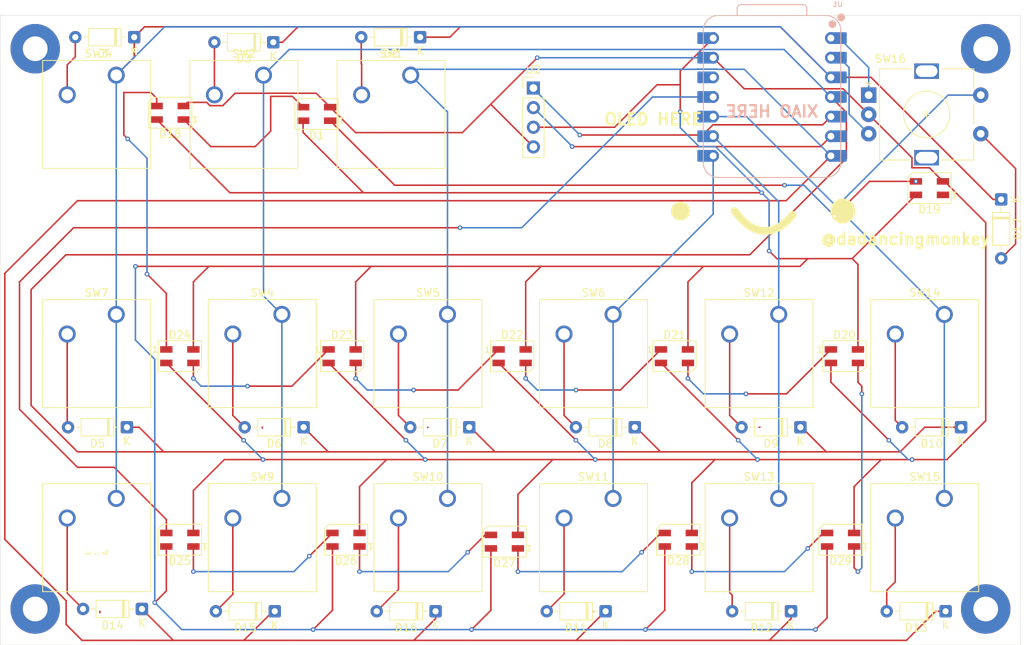
<source format=kicad_pcb>
(kicad_pcb (version 20241229) (generator "pcbnew") (generator_version "9.0")
  (layers (0 "F.Cu" signal) (2 "B.Cu" signal) (13 "F.Paste" user) (15 "B.Paste" user) (5 "F.SilkS" user "F.Silkscreen") (7 "B.SilkS" user "B.Silkscreen") (1 "F.Mask" user) (3 "B.Mask" user) (25 "Edge.Cuts" user))
  (net 0 "")
  (net 1 "Net-(D1-DOUT)")
  (net 2 "VCC")
  (net 3 "Net-(D1-DIN)")
  (net 4 "GND")
  (net 5 "col1")
  (net 6 "Net-(D2-A)")
  (net 7 "Net-(D3-A)")
  (net 8 "Net-(D4-A)")
  (net 9 "col2")
  (net 10 "Net-(D5-A)")
  (net 11 "Net-(D6-A)")
  (net 12 "Net-(D7-A)")
  (net 13 "Net-(D8-A)")
  (net 14 "Net-(D9-A)")
  (net 15 "Net-(D10-A)")
  (net 16 "Net-(D11-A)")
  (net 17 "col3")
  (net 18 "Net-(D12-A)")
  (net 19 "Net-(D13-A)")
  (net 20 "Net-(D14-A)")
  (net 21 "Net-(D15-A)")
  (net 22 "Net-(D16-A)")
  (net 23 "Net-(D17-A)")
  (net 24 "Net-(D18-DIN)")
  (net 26 "Net-(D20-DIN)")
  (net 27 "Net-(D20-DOUT)")
  (net 28 "Net-(D21-DOUT)")
  (net 29 "Net-(D22-DOUT)")
  (net 30 "Net-(D23-DOUT)")
  (net 31 "Net-(D25-DOUT)")
  (net 32 "led")
  (net 33 "Net-(D26-DOUT)")
  (net 34 "Net-(D27-DOUT)")
  (net 35 "Net-(D28-DOUT)")
  (net 36 "col4")
  (net 37 "col5")
  (net 38 "col6")
  (net 39 "rotB")
  (net 40 "rotA")
  (net 43 "SCL")
  (net 44 "SDA")
  (footprint "Button_Switch_Keyboard:SW_Cherry_MX_1.00u_PCB" (layer "F.Cu") (at 155.78375 116.68875)
    (property "Reference" "SW11")
    (property "Value" "SW_Push")
  )
  (footprint "LED_SMD:LED_SK6812MINI_PLCC4_3.5x3.5mm_P1.75mm" (layer "F.Cu") (at 163.71875 98.2875)
    (property "Reference" "D21")
    (property "Value" "SK6812MINI")
  )
  (footprint "Button_Switch_Keyboard:SW_Cherry_MX_1.00u_PCB" (layer "F.Cu") (at 112.92125 92.87625)
    (property "Reference" "SW4")
    (property "Value" "SW_Push")
  )
  (footprint "Button_Switch_Keyboard:SW_Cherry_MX_1.00u_PCB" (layer "F.Cu") (at 134.3525 92.87625)
    (property "Reference" "SW5")
    (property "Value" "SW_Push")
  )
  (footprint "LED_SMD:LED_SK6812MINI_PLCC4_3.5x3.5mm_P1.75mm" (layer "F.Cu") (at 164.21875 122.0375 180)
    (property "Reference" "D28")
    (property "Value" "SK6812MINI")
  )
  (footprint "Diode_THT:D_DO-35_SOD27_P7.62mm_Horizontal" (layer "F.Cu") (at 198.81 131.29375 180)
    (property "Reference" "D13")
    (property "Value" "1N4148WT")
  )
  (footprint "LED_SMD:LED_SK6812MINI_PLCC4_3.5x3.5mm_P1.75mm" (layer "F.Cu") (at 121.21875 122.0375 180)
    (property "Reference" "D26")
    (property "Value" "SK6812MINI")
  )
  (footprint "Button_Switch_Keyboard:SW_Cherry_MX_1.00u_PCB" (layer "F.Cu") (at 129.59 61.92)
    (property "Reference" "SW1")
    (property "Value" "SW_Push")
  )
  (footprint "LED_SMD:LED_SK6812MINI_PLCC4_3.5x3.5mm_P1.75mm" (layer "F.Cu") (at 185.21875 122.0375 180)
    (property "Reference" "D29")
    (property "Value" "SK6812MINI")
  )
  (footprint "Diode_THT:D_DO-35_SOD27_P7.62mm_Horizontal" (layer "F.Cu") (at 115.72875 107.48125 180)
    (property "Reference" "D6")
    (property "Value" "1N4148WT")
  )
  (footprint "Button_Switch_Keyboard:SW_Cherry_MX_1.00u_PCB" (layer "F.Cu") (at 91.49 116.68875)
    (property "Reference" "SW8")
    (property "Value" "SW_Push")
  )
  (footprint "Button_Switch_Keyboard:SW_Cherry_MX_1.00u_PCB" (layer "F.Cu") (at 110.54 61.92)
    (property "Reference" "SW2")
    (property "Value" "SW_Push")
  )
  (footprint "Button_Switch_Keyboard:SW_Cherry_MX_1.00u_PCB" (layer "F.Cu") (at 91.49 61.92)
    (property "Reference" "SW3")
    (property "Value" "SW_Push")
  )
  (footprint "Button_Switch_Keyboard:SW_Cherry_MX_1.00u_PCB" (layer "F.Cu") (at 112.92125 116.68875)
    (property "Reference" "SW9")
    (property "Value" "SW_Push")
  )
  (footprint "Diode_THT:D_DO-35_SOD27_P7.62mm_Horizontal" (layer "F.Cu") (at 200.81 107.48125 180)
    (property "Reference" "D10")
    (property "Value" "1N4148WT")
  )
  (footprint "Diode_THT:D_DO-35_SOD27_P7.62mm_Horizontal" (layer "F.Cu") (at 178.81 131.29375 180)
    (property "Reference" "D12")
    (property "Value" "1N4148WT")
  )
  (footprint "" (layer "F.Cu") (at 204 58.5)
    (property "Reference" "")
    (property "Value" "")
  )
  (footprint "Diode_THT:D_DO-35_SOD27_P7.62mm_Horizontal" (layer "F.Cu") (at 94.81 131 180)
    (property "Reference" "D14")
    (property "Value" "1N4148WT")
  )
  (footprint "Diode_THT:D_DO-35_SOD27_P7.62mm_Horizontal" (layer "F.Cu") (at 132.81 131.29375 180)
    (property "Reference" "D16")
    (property "Value" "1N4148WT")
  )
  (footprint "Button_Switch_Keyboard:SW_Cherry_MX_1.00u_PCB" (layer "F.Cu") (at 198.64625 92.87625)
    (property "Reference" "SW14")
    (property "Value" "SW_Push")
  )
  (footprint "LED_SMD:LED_SK6812MINI_PLCC4_3.5x3.5mm_P1.75mm" (layer "F.Cu") (at 99.71875 98.2875)
    (property "Reference" "D24")
    (property "Value" "SK6812MINI")
  )
  (footprint "LED_SMD:LED_SK6812MINI_PLCC4_3.5x3.5mm_P1.75mm" (layer "F.Cu") (at 117.41875 66.9375 180)
    (property "Reference" "D1")
    (property "Value" "SK6812MINI")
  )
  (footprint "Diode_THT:D_DO-35_SOD27_P7.62mm_Horizontal" (layer "F.Cu") (at 130.81 57 180)
    (property "Reference" "D2")
    (property "Value" "1N4148WT")
  )
  (footprint "Diode_THT:D_DO-35_SOD27_P7.62mm_Horizontal" (layer "F.Cu") (at 112 131.29375 180)
    (property "Reference" "D15")
    (property "Value" "1N4148WT")
  )
  (footprint "Connector_PinHeader_2.54mm:PinHeader_1x04_P2.54mm_Vertical" (layer "F.Cu") (at 145.46875 63.5825)
    (property "Reference" "U2")
    (property "Value" "~")
  )
  (footprint "LED_SMD:LED_SK6812MINI_PLCC4_3.5x3.5mm_P1.75mm" (layer "F.Cu") (at 142.71875 98.2875)
    (property "Reference" "D22")
    (property "Value" "SK6812MINI")
  )
  (footprint "LED_SMD:LED_SK6812MINI_PLCC4_3.5x3.5mm_P1.75mm" (layer "F.Cu") (at 98.46875 66.7875 180)
    (property "Reference" "D18")
    (property "Value" "SK6812MINI")
  )
  (footprint "LED_SMD:LED_SK6812MINI_PLCC4_3.5x3.5mm_P1.75mm" (layer "F.Cu") (at 196.71875 76.5375 180)
    (property "Reference" "D19")
    (property "Value" "SK6812MINI")
  )
  (footprint "LED_SMD:LED_SK6812MINI_PLCC4_3.5x3.5mm_P1.75mm" (layer "F.Cu") (at 99.71875 122.0375 180)
    (property "Reference" "D25")
    (property "Value" "SK6812MINI")
  )
  (footprint "Diode_THT:D_DO-35_SOD27_P7.62mm_Horizontal" (layer "F.Cu") (at 92.86875 107.48125 180)
    (property "Reference" "D5")
    (property "Value" "1N4148WT")
  )
  (footprint "Button_Switch_Keyboard:SW_Cherry_MX_1.00u_PCB" (layer "F.Cu") (at 198.64625 116.68875)
    (property "Reference" "SW15")
    (property "Value" "SW_Push")
  )
  (footprint "Rotary_Encoder:RotaryEncoder_Alps_EC11E-Switch_Vertical_H20mm" (layer "F.Cu") (at 188.85625 64.5)
    (property "Reference" "SW16")
    (property "Value" "RotaryEncoder_Switch")
  )
  (footprint "Button_Switch_Keyboard:SW_Cherry_MX_1.00u_PCB" (layer "F.Cu") (at 91.49 92.87625)
    (property "Reference" "SW7")
    (property "Value" "SW_Push")
  )
  (footprint "LED_SMD:LED_SK6812MINI_PLCC4_3.5x3.5mm_P1.75mm" (layer "F.Cu") (at 120.71875 98.2875)
    (property "Reference" "D23")
    (property "Value" "SK6812MINI")
  )
  (footprint "Diode_THT:D_DO-35_SOD27_P7.62mm_Horizontal" (layer "F.Cu") (at 206 78 -90)
    (property "Reference" "D17")
    (property "Value" "1N4148WT")
  )
  (footprint "Button_Switch_Keyboard:SW_Cherry_MX_1.00u_PCB" (layer "F.Cu") (at 177.215 92.87625)
    (property "Reference" "SW12")
    (property "Value" "SW_Push")
  )
  (footprint "Button_Switch_Keyboard:SW_Cherry_MX_1.00u_PCB" (layer "F.Cu") (at 177.215 116.68875)
    (property "Reference" "SW13")
    (property "Value" "SW_Push")
  )
  (footprint "" (layer "F.Cu") (at 81 58.5)
    (property "Reference" "")
    (property "Value" "")
  )
  (footprint "LED_SMD:LED_SK6812MINI_PLCC4_3.5x3.5mm_P1.75mm" (layer "F.Cu") (at 185.71875 98.2875)
    (property "Reference" "D20")
    (property "Value" "SK6812MINI")
  )
  (footprint "Diode_THT:D_DO-35_SOD27_P7.62mm_Horizontal" (layer "F.Cu") (at 111.81 57.6625 180)
    (property "Reference" "D3")
    (property "Value" "1N4148WT")
  )
  (footprint "LED_SMD:LED_SK6812MINI_PLCC4_3.5x3.5mm_P1.75mm" (layer "F.Cu") (at 141.71875 122.2875 180)
    (property "Reference" "D27")
    (property "Value" "SK6812MINI")
  )
  (footprint "Diode_THT:D_DO-35_SOD27_P7.62mm_Horizontal" (layer "F.Cu") (at 137.16 107.48125 180)
    (property "Reference" "D7")
    (property "Value" "1N4148WT")
  )
  (footprint "" (layer "F.Cu") (at 81 131)
    (property "Reference" "")
    (property "Value" "")
  )
  (footprint "Diode_THT:D_DO-35_SOD27_P7.62mm_Horizontal" (layer "F.Cu") (at 158.59125 107.48125 180)
    (property "Reference" "D8")
    (property "Value" "1N4148WT")
  )
  (footprint "Diode_THT:D_DO-35_SOD27_P7.62mm_Horizontal" (layer "F.Cu") (at 93.81 57 180)
    (property "Reference" "D4")
    (property "Value" "1N4148WT")
  )
  (footprint "" (layer "F.Cu") (at 204 131)
    (property "Reference" "")
    (property "Value" "")
  )
  (footprint "Diode_THT:D_DO-35_SOD27_P7.62mm_Horizontal" (layer "F.Cu") (at 154.81 131.29375 180)
    (property "Reference" "D11")
    (property "Value" "1N4148WT")
  )
  (footprint "Button_Switch_Keyboard:SW_Cherry_MX_1.00u_PCB" (layer "F.Cu") (at 155.78375 92.87625)
    (property "Reference" "SW6")
    (property "Value" "SW_Push")
  )
  (footprint "Button_Switch_Keyboard:SW_Cherry_MX_1.00u_PCB" (layer "F.Cu") (at 134.3525 116.68875)
    (property "Reference" "SW10")
    (property "Value" "SW_Push")
  )
  (footprint "Diode_THT:D_DO-35_SOD27_P7.62mm_Horizontal" (layer "F.Cu") (at 180.0225 107.48125 180)
    (property "Reference" "D9")
    (property "Value" "1N4148WT")
  )
  (footprint "opl_lairbaeryeabr footpeo:XIAO-RP2040-DIP" (layer "B.Cu") (at 176.34875 64.7425 180)
    (property "Reference" "U1")
    (property "Value" "XIAO-RP2040-DIP")
  )
  (gr_curve (pts (xy 179 80) (xy 179 80) (xy 179 80) (xy 179 80)) (stroke (width 0.2)) (layer "F.Cu"))
  (gr_circle (center 185.5 79.5) (end 187 79.5) (stroke (width 0.2)) (fill yes) (layer "F.SilkS"))
  (gr_circle (center 164.5 79.5) (end 165 80.5) (stroke (width 0.2)) (fill yes) (layer "F.SilkS"))
  (gr_curve (pts (xy 171.5 79.5) (xy 175.5 85) (xy 179 80) (xy 179 80)) (stroke (width 1)) (layer "F.SilkS"))
  (gr_rect (start 76.46875 54.1625) (end 208.46875 135.6625) (stroke (width 0.05)) (fill no) (layer "Edge.Cuts"))
  (gr_text "@dadancingmonkey" (at 182.5 84 0) (layer "F.SilkS") (effects (font (size 1.5 1.5) (thickness 0.3) (bold yes)) (justify left bottom)))
  (gr_text "OLED HERE" (at 154.5 68.5 0) (layer "F.SilkS") (effects (font (size 1.5 1.5) (thickness 0.3) (bold yes)) (justify left bottom)))
  (gr_text "XIAO HERE" (at 182.5 67.5 0) (layer "B.SilkS") (effects (font (size 1.5 1.5) (thickness 0.3) (bold yes)) (justify left bottom mirror)))
  (segment (start 127.51875 76.1625) (end 177.96875 76.1625) (width 0.2) (layer "F.Cu") (net 1))
  (segment (start 188.96875 75.6625) (end 194.96875 75.6625) (width 0.2) (layer "F.Cu") (net 1))
  (segment (start 119.16875 67.8125) (end 127.51875 76.1625) (width 0.2) (layer "F.Cu") (net 1))
  (segment (start 184.46875 80.1625) (end 188.96875 75.6625) (width 0.2) (layer "F.Cu") (net 1))
  (via (at 177.96875 76.1625) (size 0.6) (drill 0.3) (layers "F.Cu" "B.Cu") (net 1))
  (via (at 184.46875 80.1625) (size 0.6) (drill 0.3) (layers "F.Cu" "B.Cu") (net 1))
  (via (at 194.96875 75.6625) (size 0.6) (drill 0.3) (layers "F.Cu" "B.Cu") (net 1))
  (segment (start 177.96875 76.1625) (end 180.46875 76.1625) (width 0.2) (layer "B.Cu") (net 1))
  (segment (start 180.46875 76.1625) (end 184.46875 80.1625) (width 0.2) (layer "B.Cu") (net 1))
  (segment (start 194.96875 77.4125) (end 186.71875 85.6625) (width 0.2) (layer "F.Cu") (net 2))
  (segment (start 162.46875 122.9125) (end 162.46875 131.1625) (width 0.2) (layer "F.Cu") (net 2))
  (segment (start 167.46875 86.6625) (end 179.96875 86.6625) (width 0.2) (layer "F.Cu") (net 2))
  (segment (start 144.46875 97.4125) (end 144.46875 88.6625) (width 0.2) (layer "F.Cu") (net 2))
  (segment (start 164.46875 61.3825) (end 168.72875 57.1225) (width 0.2) (layer "F.Cu") (net 2))
  (segment (start 119.46875 131.1625) (end 116.96875 133.6625) (width 0.2) (layer "F.Cu") (net 2))
  (segment (start 165.46875 88.6625) (end 167.46875 86.6625) (width 0.2) (layer "F.Cu") (net 2))
  (segment (start 164.46875 66.6625) (end 164.46875 63.1625) (width 0.2) (layer "F.Cu") (net 2))
  (segment (start 180.96875 85.6625) (end 176.96875 85.6625) (width 0.2) (layer "F.Cu") (net 2))
  (segment (start 165.46875 97.4125) (end 165.46875 88.6625) (width 0.2) (layer "F.Cu") (net 2))
  (segment (start 187.46875 86.4125) (end 186.71875 85.6625) (width 0.2) (layer "F.Cu") (net 2))
  (segment (start 186.71875 85.6625) (end 180.96875 85.6625) (width 0.2) (layer "F.Cu") (net 2))
  (segment (start 176.96875 85.6625) (end 175.96875 84.6625) (width 0.2) (layer "F.Cu") (net 2))
  (segment (start 106.187095 77.130845) (end 123.46875 77.130845) (width 0.2) (layer "F.Cu") (net 2))
  (segment (start 101.46875 88.6625) (end 103.46875 86.6625) (width 0.2) (layer "F.Cu") (net 2))
  (segment (start 139.96875 123.1625) (end 139.96875 131.1625) (width 0.2) (layer "F.Cu") (net 2))
  (segment (start 97.96875 122.9125) (end 97.96875 128.6625) (width 0.2) (layer "F.Cu") (net 2))
  (segment (start 155.96875 68.6625) (end 161.46875 63.1625) (width 0.2) (layer "F.Cu") (net 2))
  (segment (start 167.46875 86.6625) (end 146.46875 86.6625) (width 0.2) (layer "F.Cu") (net 2))
  (segment (start 122.46875 88.6625) (end 124.46875 86.6625) (width 0.2) (layer "F.Cu") (net 2))
  (segment (start 183.46875 132.1625) (end 181.96875 133.6625) (width 0.2) (layer "F.Cu") (net 2))
  (segment (start 122.46875 97.4125) (end 122.46875 88.6625) (width 0.2) (layer "F.Cu") (net 2))
  (segment (start 146.46875 86.6625) (end 124.46875 86.6625) (width 0.2) (layer "F.Cu") (net 2))
  (segment (start 161.46875 63.1625) (end 164.46875 63.1625) (width 0.2) (layer "F.Cu") (net 2))
  (segment (start 101.46875 97.4125) (end 101.46875 88.6625) (width 0.2) (layer "F.Cu") (net 2))
  (segment (start 183.46875 122.9125) (end 183.46875 132.1625) (width 0.2) (layer "F.Cu") (net 2))
  (segment (start 144.46875 88.6625) (end 146.46875 86.6625) (width 0.2) (layer "F.Cu") (net 2))
  (segment (start 124.46875 86.6625) (end 103.46875 86.6625) (width 0.2) (layer "F.Cu") (net 2))
  (segment (start 115.66875 69.330845) (end 123.46875 77.130845) (width 0.2) (layer "F.Cu") (net 2))
  (segment (start 97.96875 128.6625) (end 96.46875 130.1625) (width 0.2) (layer "F.Cu") (net 2))
  (segment (start 139.96875 131.1625) (end 137.46875 133.6625) (width 0.2) (layer "F.Cu") (net 2))
  (segment (start 115.66875 67.8125) (end 115.66875 69.330845) (width 0.2) (layer "F.Cu") (net 2))
  (segment (start 162.46875 131.1625) (end 159.96875 133.6625) (width 0.2) (layer "F.Cu") (net 2))
  (segment (start 164.46875 63.1625) (end 164.46875 61.3825) (width 0.2) (layer "F.Cu") (net 2))
  (segment (start 145.46875 68.6625) (end 155.96875 68.6625) (width 0.2) (layer "F.Cu") (net 2))
  (segment (start 119.46875 122.9125) (end 119.46875 131.1625) (width 0.2) (layer "F.Cu") (net 2))
  (segment (start 103.46875 86.6625) (end 93.96875 86.6625) (width 0.2) (layer "F.Cu") (net 2))
  (segment (start 187.46875 97.4125) (end 187.46875 86.4125) (width 0.2) (layer "F.Cu") (net 2))
  (segment (start 96.71875 67.6625) (end 106.187095 77.130845) (width 0.2) (layer "F.Cu") (net 2))
  (segment (start 123.46875 77.130845) (end 175.000405 77.130845) (width 0.2) (layer "F.Cu") (net 2))
  (segment (start 179.96875 86.6625) (end 180.96875 85.6625) (width 0.2) (layer "F.Cu") (net 2))
  (via (at 181.96875 133.6625) (size 0.6) (drill 0.3) (layers "F.Cu" "B.Cu") (net 2))
  (via (at 159.96875 133.6625) (size 0.6) (drill 0.3) (layers "F.Cu" "B.Cu") (net 2))
  (via (at 137.46875 133.6625) (size 0.6) (drill 0.3) (layers "F.Cu" "B.Cu") (net 2))
  (via (at 116.96875 133.6625) (size 0.6) (drill 0.3) (layers "F.Cu" "B.Cu") (net 2))
  (via (at 96.46875 130.1625) (size 0.6) (drill 0.3) (layers "F.Cu" "B.Cu") (net 2))
  (via (at 175.000405 77.130845) (size 0.6) (drill 0.3) (layers "F.Cu" "B.Cu") (net 2))
  (via (at 164.46875 66.6625) (size 0.6) (drill 0.3) (layers "F.Cu" "B.Cu") (net 2))
  (via (at 175.96875 84.6625) (size 0.6) (drill 0.3) (layers "F.Cu" "B.Cu") (net 2))
  (via (at 93.96875 86.6625) (size 0.6) (drill 0.3) (layers "F.Cu" "B.Cu") (net 2))
  (segment (start 116.96875 133.6625) (end 137.46875 133.6625) (width 0.2) (layer "B.Cu") (net 2))
  (segment (start 96.46875 98.69653) (end 96.46875 130.1625) (width 0.2) (layer "B.Cu") (net 2))
  (segment (start 93.96875 86.6625) (end 93.96875 96.19653) (width 0.2) (layer "B.Cu") (net 2))
  (segment (start 96.46875 130.1625) (end 99.96875 133.6625) (width 0.2) (layer "B.Cu") (net 2))
  (segment (start 99.96875 133.6625) (end 116.96875 133.6625) (width 0.2) (layer "B.Cu") (net 2))
  (segment (start 159.96875 133.6625) (end 181.96875 133.6625) (width 0.2) (layer "B.Cu") (net 2))
  (segment (start 166.915124 71.1625) (end 164.46875 68.716126) (width 0.2) (layer "B.Cu") (net 2))
  (segment (start 93.96875 96.19653) (end 96.46875 98.69653) (width 0.2) (layer "B.Cu") (net 2))
  (segment (start 175.96875 84.6625) (end 175.96875 78.09919) (width 0.2) (layer "B.Cu") (net 2))
  (segment (start 137.46875 133.6625) (end 159.96875 133.6625) (width 0.2) (layer "B.Cu") (net 2))
  (segment (start 164.46875 68.716126) (end 164.46875 66.6625) (width 0.2) (layer "B.Cu") (net 2))
  (segment (start 175.96875 78.09919) (end 175.000405 77.130845) (width 0.2) (layer "B.Cu") (net 2))
  (segment (start 169.03206 71.1625) (end 166.915124 71.1625) (width 0.2) (layer "B.Cu") (net 2))
  (segment (start 175.000405 77.130845) (end 169.03206 71.1625) (width 0.2) (layer "B.Cu") (net 2))
  (segment (start 114.26875 64.6625) (end 115.66875 66.0625) (width 0.2) (layer "F.Cu") (net 3))
  (segment (start 111.46875 64.6625) (end 114.26875 64.6625) (width 0.2) (layer "F.Cu") (net 3))
  (segment (start 100.21875 67.6625) (end 103.71875 71.1625) (width 0.2) (layer "F.Cu") (net 3))
  (segment (start 103.71875 71.1625) (end 109.46875 71.1625) (width 0.2) (layer "F.Cu") (net 3))
  (segment (start 111.46875 69.1625) (end 111.46875 64.6625) (width 0.2) (layer "F.Cu") (net 3))
  (segment (start 109.46875 71.1625) (end 111.46875 69.1625) (width 0.2) (layer "F.Cu") (net 3))
  (segment (start 119.16875 66.0625) (end 122.45725 69.351) (width 0.2) (layer "F.Cu") (net 4))
  (segment (start 185.53575 63.6795) (end 172.74575 63.6795) (width 0.2) (layer "F.Cu") (net 4))
  (segment (start 105.46875 111.6625) (end 107.46875 111.6625) (width 0.2) (layer "F.Cu") (net 4))
  (segment (start 186.96875 121.1625) (end 186.96875 115.1625) (width 0.2) (layer "F.Cu") (net 4))
  (segment (start 183.96875 101.6625) (end 191.46875 109.1625) (width 0.2) (layer "F.Cu") (net 4))
  (segment (start 122.96875 115.1625) (end 126.46875 111.6625) (width 0.2) (layer "F.Cu") (net 4))
  (segment (start 194.45525 73.901) (end 194.45525 72.599) (width 0.2) (layer "F.Cu") (net 4))
  (segment (start 110.46875 111.6625) (end 126.46875 111.6625) (width 0.2) (layer "F.Cu") (net 4))
  (segment (start 186.96875 115.1625) (end 190.46875 111.6625) (width 0.2) (layer "F.Cu") (net 4))
  (segment (start 194.45525 72.599) (end 188.85625 67) (width 0.2) (layer "F.Cu") (net 4))
  (segment (start 165.96875 114.6625) (end 168.96875 111.6625) (width 0.2) (layer "F.Cu") (net 4))
  (segment (start 153.46875 111.6625) (end 168.96875 111.6625) (width 0.2) (layer "F.Cu") (net 4))
  (segment (start 198.46875 75.6625) (end 196.70725 73.901) (width 0.2) (layer "F.Cu") (net 4))
  (segment (start 145.46875 71.2025) (end 139.96875 65.7025) (width 0.2) (layer "F.Cu") (net 4))
  (segment (start 122.96875 121.1625) (end 122.96875 115.1625) (width 0.2) (layer "F.Cu") (net 4))
  (segment (start 140.96875 99.1625) (end 150.96875 109.1625) (width 0.2) (layer "F.Cu") (net 4))
  (segment (start 101.46875 115.6625) (end 105.46875 111.6625) (width 0.2) (layer "F.Cu") (net 4))
  (segment (start 106.86975 64.2615) (end 117.36775 64.2615) (width 0.2) (layer "F.Cu") (net 4))
  (segment (start 118.96875 99.1625) (end 128.96875 109.1625) (width 0.2) (layer "F.Cu") (net 4))
  (segment (start 139.96875 65.6625) (end 145.96875 59.6625) (width 0.2) (layer "F.Cu") (net 4))
  (segment (start 188.85625 67) (end 185.53575 63.6795) (width 0.2) (layer "F.Cu") (net 4))
  (segment (start 139.96875 65.7025) (end 139.96875 65.6625) (width 0.2) (layer "F.Cu") (net 4))
  (segment (start 190.46875 111.6625) (end 198.96875 111.6625) (width 0.2) (layer "F.Cu") (net 4))
  (segment (start 143.46875 121.4125) (end 143.46875 116.1625) (width 0.2) (layer "F.Cu") (net 4))
  (segment (start 107.46875 111.6625) (end 110.46875 111.6625) (width 0.2) (layer "F.Cu") (net 4))
  (segment (start 136.28025 69.351) (end 139.96875 65.6625) (width 0.2) (layer "F.Cu") (net 4))
  (segment (start 101.46875 121.1625) (end 101.46875 115.6625) (width 0.2) (layer "F.Cu") (net 4))
  (segment (start 143.46875 116.1625) (end 147.96875 111.6625) (width 0.2) (layer "F.Cu") (net 4))
  (segment (start 100.689968 65.441282) (end 103.189968 65.441282) (width 0.2) (layer "F.Cu") (net 4))
  (segment (start 198.6625 75.6625) (end 198.46875 75.6625) (width 0.2) (layer "F.Cu") (net 4))
  (segment (start 105.27025 65.861) (end 106.86975 64.2615) (width 0.2) (layer "F.Cu") (net 4))
  (segment (start 165.96875 121.1625) (end 165.96875 114.6625) (width 0.2) (layer "F.Cu") (net 4))
  (segment (start 103.609686 65.861) (end 105.27025 65.861) (width 0.2) (layer "F.Cu") (net 4))
  (segment (start 204 81) (end 198.6625 75.6625) (width 0.2) (layer "F.Cu") (net 4))
  (segment (start 174.46875 111.6625) (end 190.46875 111.6625) (width 0.2) (layer "F.Cu") (net 4))
  (segment (start 147.96875 111.6625) (end 153.46875 111.6625) (width 0.2) (layer "F.Cu") (net 4))
  (segment (start 126.46875 111.6625) (end 131.46875 111.6625) (width 0.2) (layer "F.Cu") (net 4))
  (segment (start 183.96875 99.1625) (end 183.96875 101.6625) (width 0.2) (layer "F.Cu") (net 4))
  (segment (start 100.21875 65.9125) (end 100.689968 65.441282) (width 0.2) (layer "F.Cu") (net 4))
  (segment (start 161.96875 99.1625) (end 171.96875 109.1625) (width 0.2) (layer "F.Cu") (net 4))
  (segment (start 97.96875 99.1625) (end 107.96875 109.1625) (width 0.2) (layer "F.Cu") (net 4))
  (segment (start 117.36775 64.2615) (end 119.16875 66.0625) (width 0.2) (layer "F.Cu") (net 4))
  (segment (start 172.74575 63.6795) (end 168.72875 59.6625) (width 0.2) (layer "F.Cu") (net 4))
  (segment (start 196.70725 73.901) (end 194.45525 73.901) (width 0.2) (layer "F.Cu") (net 4))
  (segment (start 198.96875 111.6625) (end 204 106.63125) (width 0.2) (layer "F.Cu") (net 4))
  (segment (start 103.189968 65.441282) (end 103.609686 65.861) (width 0.2) (layer "F.Cu") (net 4))
  (segment (start 204 106.63125) (end 204 81) (width 0.2) (layer "F.Cu") (net 4))
  (segment (start 122.45725 69.351) (end 136.28025 69.351) (width 0.2) (layer "F.Cu") (net 4))
  (segment (start 131.46875 111.6625) (end 147.96875 111.6625) (width 0.2) (layer "F.Cu") (net 4))
  (segment (start 168.96875 111.6625) (end 174.46875 111.6625) (width 0.2) (layer "F.Cu") (net 4))
  (via (at 110.46875 111.6625) (size 0.6) (drill 0.3) (layers "F.Cu" "B.Cu") (net 4))
  (via (at 153.46875 111.6625) (size 0.6) (drill 0.3) (layers "F.Cu" "B.Cu") (net 4))
  (via (at 174.46875 111.6625) (size 0.6) (drill 0.3) (layers "F.Cu" "B.Cu") (net 4))
  (via (at 145.96875 59.6625) (size 0.6) (drill 0.3) (layers "F.Cu" "B.Cu") (net 4))
  (via (at 150.96875 109.1625) (size 0.6) (drill 0.3) (layers "F.Cu" "B.Cu") (net 4))
  (via (at 131.46875 111.6625) (size 0.6) (drill 0.3) (layers "F.Cu" "B.Cu") (net 4))
  (via (at 191.46875 109.1625) (size 0.6) (drill 0.3) (layers "F.Cu" "B.Cu") (net 4))
  (via (at 171.96875 109.1625) (size 0.6) (drill 0.3) (layers "F.Cu" "B.Cu") (net 4))
  (via (at 128.96875 109.1625) (size 0.6) (drill 0.3) (layers "F.Cu" "B.Cu") (net 4))
  (via (at 194.46875 111.6625) (size 0.6) (drill 0.3) (layers "F.Cu" "B.Cu") (net 4))
  (via (at 107.96875 109.1625) (size 0.6) (drill 0.3) (layers "F.Cu" "B.Cu") (net 4))
  (segment (start 171.96875 109.1625) (end 174.46875 111.6625) (width 0.2) (layer "B.Cu") (net 4))
  (segment (start 107.96875 109.1625) (end 110.46875 111.6625) (width 0.2) (layer "B.Cu") (net 4))
  (segment (start 145.96875 59.6625) (end 167.89375 59.6625) (width 0.2) (layer "B.Cu") (net 4))
  (segment (start 150.96875 109.1625) (end 153.46875 111.6625) (width 0.2) (layer "B.Cu") (net 4))
  (segment (start 128.96875 109.1625) (end 131.46875 111.6625) (width 0.2) (layer "B.Cu") (net 4))
  (segment (start 191.46875 109.1625) (end 193.96875 111.6625) (width 0.2) (layer "B.Cu") (net 4))
  (segment (start 129.46875 55.6625) (end 136 55.6625) (width 0.2) (layer "F.Cu") (net 5))
  (segment (start 136 55.6625) (end 177.42875 55.6625) (width 0.2) (layer "F.Cu") (net 5))
  (segment (start 134.6625 57) (end 136 55.6625) (width 0.2) (layer "F.Cu") (net 5))
  (segment (start 95.1475 55.6625) (end 110.96875 55.6625) (width 0.2) (layer "F.Cu") (net 5))
  (segment (start 130.81 57) (end 134.6625 57) (width 0.2) (layer "F.Cu") (net 5))
  (segment (start 204.95825 78) (end 189.16075 62.2025) (width 0.2) (layer "F.Cu") (net 5))
  (segment (start 111.81 57.6625) (end 113 57.6625) (width 0.2) (layer "F.Cu") (net 5))
  (segment (start 177.42875 55.6625) (end 183.96875 62.2025) (width 0.2) (layer "F.Cu") (net 5))
  (segment (start 110.96875 55.6625) (end 115 55.6625) (width 0.2) (layer "F.Cu") (net 5))
  (segment (start 91.49 61.92) (end 93.81 59.6) (width 0.2) (layer "F.Cu") (net 5))
  (segment (start 115 55.6625) (end 129.46875 55.6625) (width 0.2) (layer "F.Cu") (net 5))
  (segment (start 189.16075 62.2025) (end 183.96875 62.2025) (width 0.2) (layer "F.Cu") (net 5))
  (segment (start 93.81 57) (end 95.1475 55.6625) (width 0.2) (layer "F.Cu") (net 5))
  (segment (start 113 57.6625) (end 115 55.6625) (width 0.2) (layer "F.Cu") (net 5))
  (segment (start 206 78) (end 204.95825 78) (width 0.2) (layer "F.Cu") (net 5))
  (segment (start 93.81 59.6) (end 93.81 57) (width 0.2) (layer "F.Cu") (net 5))
  (segment (start 91.49 92.87625) (end 91.49 61.92) (width 0.2) (layer "B.Cu") (net 5))
  (segment (start 177.46875 55.6625) (end 177.46875 55.7025) (width 0.2) (layer "B.Cu") (net 5))
  (segment (start 97.7475 55.6625) (end 177.46875 55.6625) (width 0.2) (layer "B.Cu") (net 5))
  (segment (start 177.46875 55.7025) (end 183.96875 62.2025) (width 0.2) (layer "B.Cu") (net 5))
  (segment (start 91.49 116.68875) (end 91.49 92.87625) (width 0.2) (layer "B.Cu") (net 5))
  (segment (start 91.49 61.92) (end 97.7475 55.6625) (width 0.2) (layer "B.Cu") (net 5))
  (segment (start 123.19 60.44125) (end 123.19 57) (width 0.2) (layer "F.Cu") (net 6))
  (segment (start 123.24 60.49125) (end 123.19 60.44125) (width 0.2) (layer "F.Cu") (net 6))
  (segment (start 123.24 64.46) (end 123.24 60.49125) (width 0.2) (layer "F.Cu") (net 6))
  (segment (start 104.19 57.6625) (end 104.19 64.46) (width 0.2) (layer "F.Cu") (net 7))
  (segment (start 85.14 64.46) (end 85.14 60.59125) (width 0.2) (layer "F.Cu") (net 8))
  (segment (start 85.14 60.59125) (end 86.19 59.54125) (width 0.2) (layer "F.Cu") (net 8))
  (segment (start 86.19 59.54125) (end 86.19 57) (width 0.2) (layer "F.Cu") (net 8))
  (segment (start 196.10625 107.48125) (end 192.925 110.6625) (width 0.2) (layer "F.Cu") (net 9))
  (segment (start 110.38125 107.48125) (end 110.38125 107.575) (width 0.2) (layer "F.Cu") (net 9))
  (segment (start 115.72875 107.48125) (end 118.91 110.6625) (width 0.2) (layer "F.Cu") (net 9))
  (segment (start 86.46875 110.6625) (end 80.46875 104.6625) (width 0.2) (layer "F.Cu") (net 9))
  (segment (start 185.96875 72.6625) (end 185.96875 66.6625) (width 0.2) (layer "F.Cu") (net 9))
  (segment (start 80.46875 104.6625) (end 80.46875 89.6625) (width 0.2) (layer "F.Cu") (net 9))
  (segment (start 156.425 110.6625) (end 140.49375 110.6625) (width 0.2) (layer "F.Cu") (net 9))
  (segment (start 94.45 107.48125) (end 97.63125 110.6625) (width 0.2) (layer "F.Cu") (net 9))
  (segment (start 131.8125 107.48125) (end 131.8125 107.50625) (width 0.2) (layer "F.Cu") (net 9))
  (segment (start 174.675 107.48125) (end 174.7875 107.48125) (width 0.2) (layer "F.Cu") (net 9))
  (segment (start 200.81 107.48125) (end 196.10625 107.48125) (width 0.2) (layer "F.Cu") (net 9))
  (segment (start 92.86875 107.48125) (end 94.45 107.48125) (width 0.2) (layer "F.Cu") (net 9))
  (segment (start 118.91 110.6625) (end 113.46875 110.6625) (width 0.2) (layer "F.Cu") (net 9))
  (segment (start 92.46875 110.6625) (end 86.46875 110.6625) (width 0.2) (layer "F.Cu") (net 9))
  (segment (start 180.175 107.48125) (end 183.35625 110.6625) (width 0.2) (layer "F.Cu") (net 9))
  (segment (start 97.63125 110.6625) (end 92.46875 110.6625) (width 0.2) (layer "F.Cu") (net 9))
  (segment (start 137.16 107.48125) (end 137.3125 107.48125) (width 0.2) (layer "F.Cu") (net 9))
  (segment (start 185.88875 66.6625) (end 183.96875 64.7425) (width 0.2) (layer "F.Cu") (net 9))
  (segment (start 158.74375 107.48125) (end 161.925 110.6625) (width 0.2) (layer "F.Cu") (net 9))
  (segment (start 84.96875 85.1625) (end 173.46875 85.1625) (width 0.2) (layer "F.Cu") (net 9))
  (segment (start 180.0225 107.48125) (end 180.175 107.48125) (width 0.2) (layer "F.Cu") (net 9))
  (segment (start 140.49375 110.6625) (end 134.96875 110.6625) (width 0.2) (layer "F.Cu") (net 9))
  (segment (start 161.925 110.6625) (end 156.425 110.6625) (width 0.2) (layer "F.Cu") (net 9))
  (segment (start 177.96875 110.6625) (end 161.925 110.6625) (width 0.2) (layer "F.Cu") (net 9))
  (segment (start 173.46875 85.1625) (end 185.96875 72.6625) (width 0.2) (layer "F.Cu") (net 9))
  (segment (start 158.59125 107.48125) (end 158.74375 107.48125) (width 0.2) (layer "F.Cu") (net 9))
  (segment (start 134.96875 110.6625) (end 118.91 110.6625) (width 0.2) (layer "F.Cu") (net 9))
  (segment (start 80.46875 89.6625) (end 84.96875 85.1625) (width 0.2) (layer "F.Cu") (net 9))
  (segment (start 192.925 110.6625) (end 183.35625 110.6625) (width 0.2) (layer "F.Cu") (net 9))
  (segment (start 113.46875 110.6625) (end 97.63125 110.6625) (width 0.2) (layer "F.Cu") (net 9))
  (segment (start 185.96875 66.6625) (end 185.88875 66.6625) (width 0.2) (layer "F.Cu") (net 9))
  (segment (start 137.3125 107.48125) (end 140.49375 110.6625) (width 0.2) (layer "F.Cu") (net 9))
  (segment (start 183.35625 110.6625) (end 177.96875 110.6625) (width 0.2) (layer "F.Cu") (net 9))
  (segment (start 112.92125 92.87625) (end 110.54 90.495) (width 0.2) (layer "B.Cu") (net 9))
  (segment (start 177.90575 58.5995) (end 182.90575 63.5995) (width 0.2) (layer "B.Cu") (net 9))
  (segment (start 182.90575 63.6795) (end 183.96875 64.7425) (width 0.2) (layer "B.Cu") (net 9))
  (segment (start 182.90575 63.5995) (end 182.90575 63.6795) (width 0.2) (layer "B.Cu") (net 9))
  (segment (start 110.54 90.495) (end 110.54 61.92) (width 0.2) (layer "B.Cu") (net 9))
  (segment (start 112.92125 116.68875) (end 112.92125 92.87625) (width 0.2) (layer "B.Cu") (net 9))
  (segment (start 113.8605 58.5995) (end 177.90575 58.5995) (width 0.2) (layer "B.Cu") (net 9))
  (segment (start 110.54 61.92) (end 113.8605 58.5995) (width 0.2) (layer "B.Cu") (net 9))
  (segment (start 85.14 107.3725) (end 85.24875 107.48125) (width 0.2) (layer "F.Cu") (net 10))
  (segment (start 85.14 95.41625) (end 85.14 107.3725) (width 0.2) (layer "F.Cu") (net 10))
  (segment (start 106.57125 105.94375) (end 106.57125 95.41625) (width 0.2) (layer "F.Cu") (net 11))
  (segment (start 108.10875 107.48125) (end 106.57125 105.94375) (width 0.2) (layer "F.Cu") (net 11))
  (segment (start 128.0025 95.41625) (end 128.0025 105.94375) (width 0.2) (layer "F.Cu") (net 12))
  (segment (start 128.0025 105.94375) (end 129.54 107.48125) (width 0.2) (layer "F.Cu") (net 12))
  (segment (start 149.43375 95.41625) (end 149.43375 105.94375) (width 0.2) (layer "F.Cu") (net 13))
  (segment (start 149.43375 105.94375) (end 150.97125 107.48125) (width 0.2) (layer "F.Cu") (net 13))
  (segment (start 170.865 95.41625) (end 170.865 105.94375) (width 0.2) (layer "F.Cu") (net 14))
  (segment (start 170.865 105.94375) (end 172.4025 107.48125) (width 0.2) (layer "F.Cu") (net 14))
  (segment (start 192.29625 95.41625) (end 192.29625 106.5875) (width 0.2) (layer "F.Cu") (net 15))
  (segment (start 192.29625 106.5875) (end 193.19 107.48125) (width 0.2) (layer "F.Cu") (net 15))
  (segment (start 149.43375 119.22875) (end 149.43375 129.05) (width 0.2) (layer "F.Cu") (net 16))
  (segment (start 149.43375 129.05) (end 147.19 131.29375) (width 0.2) (layer "F.Cu") (net 16))
  (segment (start 154.81 131.29375) (end 154.76775 131.29375) (width 0.2) (layer "F.Cu") (net 17))
  (segment (start 112 131.29375) (end 111.76775 131.29375) (width 0.2) (layer "F.Cu") (net 17))
  (segment (start 151 135.0615) (end 136.96875 135.0615) (width 0.2) (layer "F.Cu") (net 17))
  (segment (start 94.81 131) (end 98.8715 135.0615) (width 0.2) (layer "F.Cu") (net 17))
  (segment (start 178.81 131.29375) (end 178.81 132.2515) (width 0.2) (layer "F.Cu") (net 17))
  (segment (start 87.0615 135.0615) (end 85 133) (width 0.2) (layer "F.Cu") (net 17))
  (segment (start 111.76775 131.29375) (end 108 135.0615) (width 0.2) (layer "F.Cu") (net 17))
  (segment (start 136.96875 135.05) (end 136.96875 135.0615) (width 0.2) (layer "F.Cu") (net 17))
  (segment (start 85 133) (end 85 129.93025) (width 0.2) (layer "F.Cu") (net 17))
  (segment (start 108 135.0615) (end 98.8715 135.0615) (width 0.2) (layer "F.Cu") (net 17))
  (segment (start 85 129.93025) (end 77.06975 122) (width 0.2) (layer "F.Cu") (net 17))
  (segment (start 193.7385 135.0615) (end 178.44275 135.0615) (width 0.2) (layer "F.Cu") (net 17))
  (segment (start 136.96875 135.0615) (end 130 135.0615) (width 0.2) (layer "F.Cu") (net 17))
  (segment (start 178.81 132.2515) (end 176 135.0615) (width 0.2) (layer "F.Cu") (net 17))
  (segment (start 93 135.0615) (end 92.96875 135.0615) (width 0.2) (layer "F.Cu") (net 17))
  (segment (start 77.06975 87.5615) (end 86.46875 78.1625) (width 0.2) (layer "F.Cu") (net 17))
  (segment (start 156.96875 135.0615) (end 151 135.0615) (width 0.2) (layer "F.Cu") (net 17))
  (segment (start 176 135.0615) (end 156.96875 135.0615) (width 0.2) (layer "F.Cu") (net 17))
  (segment (start 154.76775 131.29375) (end 151 135.0615) (width 0.2) (layer "F.Cu") (net 17))
  (segment (start 98.8715 135.0615) (end 93 135.0615) (width 0.2) (layer "F.Cu") (net 17))
  (segment (start 86.46875 78.1625) (end 178.16875 78.1625) (width 0.2) (layer "F.Cu") (net 17))
  (segment (start 113.96875 135.0615) (end 108 135.0615) (width 0.2) (layer "F.Cu") (net 17))
  (segment (start 93 135.0615) (end 87.0615 135.0615) (width 0.2) (layer "F.Cu") (net 17))
  (segment (start 77.06975 122) (end 77.06975 87.5615) (width 0.2) (layer "F.Cu") (net 17))
  (segment (start 153.24375 131.29375) (end 153.24375 131.3365) (width 0.2) (layer "F.Cu") (net 17))
  (segment (start 130 135.0615) (end 113.96875 135.0615) (width 0.2) (layer "F.Cu") (net 17))
  (segment (start 178.44275 135.0615) (end 176 135.0615) (width 0.2) (layer "F.Cu") (net 17))
  (segment (start 198.81 131.29375) (end 197.50625 131.29375) (width 0.2) (layer "F.Cu") (net 17))
  (segment (start 132.81 131.29375) (end 132.81 132.2515) (width 0.2) (layer "F.Cu") (net 17))
  (segment (start 178.16875 78.1625) (end 183.96875 72.3625) (width 0.2) (layer "F.Cu") (net 17))
  (segment (start 197.50625 131.29375) (end 193.7385 135.0615) (width 0.2) (layer "F.Cu") (net 17))
  (segment (start 132.81 132.2515) (end 130 135.0615) (width 0.2) (layer "F.Cu") (net 17))
  (segment (start 172.76875 61.1625) (end 183.96875 72.3625) (width 0.2) (layer "B.Cu") (net 17))
  (segment (start 169.19206 61.1625) (end 172.76875 61.1625) (width 0.2) (layer "B.Cu") (net 17))
  (segment (start 130.3475 61.1625) (end 166.615124 61.1625) (width 0.2) (layer "B.Cu") (net 17))
  (segment (start 166.615124 61.1625) (end 166.638124 61.1395) (width 0.2) (layer "B.Cu") (net 17))
  (segment (start 134.3525 116.68875) (end 134.3525 92.87625) (width 0.2) (layer "B.Cu") (net 17))
  (segment (start 134.3525 92.87625) (end 134.3525 66.6825) (width 0.2) (layer "B.Cu") (net 17))
  (segment (start 166.638124 61.1395) (end 169.16906 61.1395) (width 0.2) (layer "B.Cu") (net 17))
  (segment (start 169.16906 61.1395) (end 169.19206 61.1625) (width 0.2) (layer "B.Cu") (net 17))
  (segment (start 129.59 61.92) (end 130.3475 61.1625) (width 0.2) (layer "B.Cu") (net 17))
  (segment (start 134.3525 66.6825) (end 129.59 61.92) (width 0.2) (layer "B.Cu") (net 17))
  (segment (start 170.865 119.22875) (end 170.865 128.88375) (width 0.2) (layer "F.Cu") (net 18))
  (segment (start 170.865 128.88375) (end 171.19 129.20875) (width 0.2) (layer "F.Cu") (net 18))
  (segment (start 171.19 129.20875) (end 171.19 131.29375) (width 0.2) (layer "F.Cu") (net 18))
  (segment (start 192.29625 127.48375) (end 191.19 128.59) (width 0.2) (layer "F.Cu") (net 19))
  (segment (start 191.19 128.59) (end 191.19 131.29375) (width 0.2) (layer "F.Cu") (net 19))
  (segment (start 192.29625 119.22875) (end 192.29625 127.48375) (width 0.2) (layer "F.Cu") (net 19))
  (segment (start 89.36875 131.29375) (end 89.36875 131.4615) (width 0.2) (layer "F.Cu") (net 20))
  (segment (start 85.14 128.95) (end 87.19 131) (width 0.2) (layer "F.Cu") (net 20))
  (segment (start 85.14 119.22875) (end 85.14 128.95) (width 0.2) (layer "F.Cu") (net 20))
  (segment (start 104.38 131.29375) (end 106.57125 129.1025) (width 0.2) (layer "F.Cu") (net 21))
  (segment (start 106.57125 129.1025) (end 106.57125 119.22875) (width 0.2) (layer "F.Cu") (net 21))
  (segment (start 125.19 131.29375) (end 128.0025 128.48125) (width 0.2) (layer "F.Cu") (net 22))
  (segment (start 128.0025 128.48125) (end 128.0025 119.22875) (width 0.2) (layer "F.Cu") (net 22))
  (segment (start 207.86775 83.75225) (end 206 85.62) (width 0.2) (layer "F.Cu") (net 23))
  (segment (start 203.35625 69.5) (end 207.86775 74.0115) (width 0.2) (layer "F.Cu") (net 23))
  (segment (start 207.86775 74.0115) (end 207.86775 83.75225) (width 0.2) (layer "F.Cu") (net 23))
  (segment (start 97.96875 90.1625) (end 95.46875 87.6625) (width 0.2) (layer "F.Cu") (net 24))
  (segment (start 96.71875 64.9125) (end 96.71875 65.9125) (width 0.2) (layer "F.Cu") (net 24))
  (segment (start 95.96875 64.1625) (end 96.71875 64.9125) (width 0.2) (layer "F.Cu") (net 24))
  (segment (start 92.46875 64.1625) (end 95.96875 64.1625) (width 0.2) (layer "F.Cu") (net 24))
  (segment (start 92.96875 70.1625) (end 92.46875 69.6625) (width 0.2) (layer "F.Cu") (net 24))
  (segment (start 92.46875 69.6625) (end 92.46875 64.1625) (width 0.2) (layer "F.Cu") (net 24))
  (segment (start 97.96875 97.4125) (end 97.96875 90.1625) (width 0.2) (layer "F.Cu") (net 24))
  (via (at 95.46875 87.6625) (size 0.6) (drill 0.3) (layers "F.Cu" "B.Cu") (net 24))
  (via (at 92.96875 70.1625) (size 0.6) (drill 0.3) (layers "F.Cu" "B.Cu") (net 24))
  (segment (start 95.46875 87.6625) (end 95.46875 72.6625) (width 0.2) (layer "B.Cu") (net 24))
  (segment (start 95.46875 72.6625) (end 92.96875 70.1625) (width 0.2) (layer "B.Cu") (net 24))
  (segment (start 187.96875 103.1625) (end 187.96875 102.1625) (width 0.2) (layer "F.Cu") (net 26))
  (segment (start 187.46875 101.6625) (end 187.46875 99.1625) (width 0.2) (layer "F.Cu") (net 26))
  (segment (start 187.96875 102.1625) (end 187.46875 101.6625) (width 0.2) (layer "F.Cu") (net 26))
  (segment (start 186.96875 122.9125) (end 186.96875 125.6625) (width 0.2) (layer "F.Cu") (net 26))
  (segment (start 186.96875 125.6625) (end 187.46875 126.1625) (width 0.2) (layer "F.Cu") (net 26))
  (via (at 187.96875 103.1625) (size 0.6) (drill 0.3) (layers "F.Cu" "B.Cu") (net 26))
  (via (at 187.46875 126.1625) (size 0.6) (drill 0.3) (layers "F.Cu" "B.Cu") (net 26))
  (segment (start 187.46875 126.1625) (end 187.96875 125.6625) (width 0.2) (layer "B.Cu") (net 26))
  (segment (start 187.96875 125.6625) (end 187.96875 125.1625) (width 0.2) (layer "B.Cu") (net 26))
  (segment (start 187.96875 125.1625) (end 187.96875 103.1625) (width 0.2) (layer "B.Cu") (net 26))
  (segment (start 165.46875 101.1625) (end 165.46875 99.1625) (width 0.2) (layer "F.Cu") (net 27))
  (segment (start 178.21875 103.1625) (end 173.96875 103.1625) (width 0.2) (layer "F.Cu") (net 27))
  (segment (start 173.96875 103.1625) (end 172.96875 103.1625) (width 0.2) (layer "F.Cu") (net 27))
  (segment (start 183.96875 97.4125) (end 178.21875 103.1625) (width 0.2) (layer "F.Cu") (net 27))
  (via (at 165.46875 101.1625) (size 0.6) (drill 0.3) (layers "F.Cu" "B.Cu") (net 27))
  (via (at 172.96875 103.1625) (size 0.6) (drill 0.3) (layers "F.Cu" "B.Cu") (net 27))
  (segment (start 167.46875 103.1625) (end 165.46875 101.1625) (width 0.2) (layer "B.Cu") (net 27))
  (segment (start 172.96875 103.1625) (end 167.46875 103.1625) (width 0.2) (layer "B.Cu") (net 27))
  (segment (start 161.96875 97.4125) (end 156.71875 102.6625) (width 0.2) (layer "F.Cu") (net 28))
  (segment (start 144.46875 101.1625) (end 144.46875 99.1625) (width 0.2) (layer "F.Cu") (net 28))
  (segment (start 156.71875 102.6625) (end 150.96875 102.6625) (width 0.2) (layer "F.Cu") (net 28))
  (via (at 150.96875 102.6625) (size 0.6) (drill 0.3) (layers "F.Cu" "B.Cu") (net 28))
  (via (at 144.46875 101.1625) (size 0.6) (drill 0.3) (layers "F.Cu" "B.Cu") (net 28))
  (segment (start 150.96875 102.6625) (end 145.96875 102.6625) (width 0.2) (layer "B.Cu") (net 28))
  (segment (start 145.96875 102.6625) (end 144.46875 101.1625) (width 0.2) (layer "B.Cu") (net 28))
  (segment (start 122.46875 101.1625) (end 122.46875 99.1625) (width 0.2) (layer "F.Cu") (net 29))
  (segment (start 140.96875 97.4125) (end 135.71875 102.6625) (width 0.2) (layer "F.Cu") (net 29))
  (segment (start 135.71875 102.6625) (end 129.96875 102.6625) (width 0.2) (layer "F.Cu") (net 29))
  (via (at 129.96875 102.6625) (size 0.6) (drill 0.3) (layers "F.Cu" "B.Cu") (net 29))
  (via (at 122.46875 101.1625) (size 0.6) (drill 0.3) (layers "F.Cu" "B.Cu") (net 29))
  (segment (start 129.96875 102.6625) (end 123.96875 102.6625) (width 0.2) (layer "B.Cu") (net 29))
  (segment (start 123.96875 102.6625) (end 122.46875 101.1625) (width 0.2) (layer "B.Cu") (net 29))
  (segment (start 101.46875 101.1625) (end 101.46875 99.1625) (width 0.2) (layer "F.Cu") (net 30))
  (segment (start 118.96875 97.4125) (end 114.21875 102.1625) (width 0.2) (layer "F.Cu") (net 30))
  (segment (start 114.21875 102.1625) (end 108.46875 102.1625) (width 0.2) (layer "F.Cu") (net 30))
  (via (at 101.46875 101.1625) (size 0.6) (drill 0.3) (layers "F.Cu" "B.Cu") (net 30))
  (via (at 108.46875 102.1625) (size 0.6) (drill 0.3) (layers "F.Cu" "B.Cu") (net 30))
  (segment (start 108.46875 102.1625) (end 102.46875 102.1625) (width 0.2) (layer "B.Cu") (net 30))
  (segment (start 102.46875 102.1625) (end 101.46875 101.1625) (width 0.2) (layer "B.Cu") (net 30))
  (segment (start 116.46875 124.1625) (end 119.46875 121.1625) (width 0.2) (layer "F.Cu") (net 31))
  (segment (start 101.46875 122.9125) (end 101.46875 126.1625) (width 0.2) (layer "F.Cu") (net 31))
  (via (at 116.46875 124.1625) (size 0.6) (drill 0.3) (layers "F.Cu" "B.Cu") (net 31))
  (via (at 101.46875 126.1625) (size 0.6) (drill 0.3) (layers "F.Cu" "B.Cu") (net 31))
  (segment (start 101.46875 126.1625) (end 114.46875 126.1625) (width 0.2) (layer "B.Cu") (net 31))
  (segment (start 114.46875 126.1625) (end 116.46875 124.1625) (width 0.2) (layer "B.Cu") (net 31))
  (segment (start 97.96875 119.4125) (end 97.96875 121.1625) (width 0.2) (layer "F.Cu") (net 32))
  (segment (start 86.46875 112.6625) (end 91.21875 112.6625) (width 0.2) (layer "F.Cu") (net 32))
  (segment (start 91.21875 112.6625) (end 97.96875 119.4125) (width 0.2) (layer "F.Cu") (net 32))
  (segment (start 78.96875 88.6625) (end 78.96875 105.1625) (width 0.2) (layer "F.Cu") (net 32))
  (segment (start 85.96875 81.6625) (end 78.96875 88.6625) (width 0.2) (layer "F.Cu") (net 32))
  (segment (start 135.96875 81.6625) (end 85.96875 81.6625) (width 0.2) (layer "F.Cu") (net 32))
  (segment (start 78.96875 105.1625) (end 86.46875 112.6625) (width 0.2) (layer "F.Cu") (net 32))
  (via (at 135.96875 81.6625) (size 0.6) (drill 0.3) (layers "F.Cu" "B.Cu") (net 32))
  (segment (start 168.72875 64.7425) (end 160.88875 64.7425) (width 0.2) (layer "B.Cu") (net 32))
  (segment (start 160.88875 64.7425) (end 143.96875 81.6625) (width 0.2) (layer "B.Cu") (net 32))
  (segment (start 143.96875 81.6625) (end 135.96875 81.6625) (width 0.2) (layer "B.Cu") (net 32))
  (segment (start 122.96875 122.9125) (end 122.96875 126.1625) (width 0.2) (layer "F.Cu") (net 33))
  (segment (start 136.96875 123.6625) (end 139.21875 121.4125) (width 0.2) (layer "F.Cu") (net 33))
  (segment (start 139.21875 121.4125) (end 139.96875 121.4125) (width 0.2) (layer "F.Cu") (net 33))
  (via (at 136.96875 123.6625) (size 0.6) (drill 0.3) (layers "F.Cu" "B.Cu") (net 33))
  (via (at 122.96875 126.1625) (size 0.6) (drill 0.3) (layers "F.Cu" "B.Cu") (net 33))
  (segment (start 134.46875 126.1625) (end 136.96875 123.6625) (width 0.2) (layer "B.Cu") (net 33))
  (segment (start 122.96875 126.1625) (end 134.46875 126.1625) (width 0.2) (layer "B.Cu") (net 33))
  (segment (start 161.96875 121.1625) (end 162.46875 121.1625) (width 0.2) (layer "F.Cu") (net 34))
  (segment (start 159.46875 123.6625) (end 161.96875 121.1625) (width 0.2) (layer "F.Cu") (net 34))
  (segment (start 143.46875 123.1625) (end 143.46875 126.1625) (width 0.2) (layer "F.Cu") (net 34))
  (via (at 159.46875 123.6625) (size 0.6) (drill 0.3) (layers "F.Cu" "B.Cu") (net 34))
  (via (at 143.46875 126.1625) (size 0.6) (drill 0.3) (layers "F.Cu" "B.Cu") (net 34))
  (segment (start 143.46875 126.1625) (end 156.96875 126.1625) (width 0.2) (layer "B.Cu") (net 34))
  (segment (start 156.96875 126.1625) (end 158.96875 124.1625) (width 0.2) (layer "B.Cu") (net 34))
  (segment (start 158.96875 124.1625) (end 159.46875 123.6625) (width 0.2) (layer "B.Cu") (net 34))
  (segment (start 182.96875 121.1625) (end 183.46875 121.1625) (width 0.2) (layer "F.Cu") (net 35))
  (segment (start 180.96875 123.1625) (end 182.96875 121.1625) (width 0.2) (layer "F.Cu") (net 35))
  (segment (start 165.96875 122.9125) (end 165.96875 126.1625) (width 0.2) (layer "F.Cu") (net 35))
  (via (at 165.96875 126.1625) (size 0.6) (drill 0.3) (layers "F.Cu" "B.Cu") (net 35))
  (via (at 180.96875 123.1625) (size 0.6) (drill 0.3) (layers "F.Cu" "B.Cu") (net 35))
  (segment (start 165.96875 126.1625) (end 177.96875 126.1625) (width 0.2) (layer "B.Cu") (net 35))
  (segment (start 177.96875 126.1625) (end 180.96875 123.1625) (width 0.2) (layer "B.Cu") (net 35))
  (segment (start 155.78375 92.8475) (end 168.72875 79.9025) (width 0.2) (layer "B.Cu") (net 36))
  (segment (start 155.78375 116.68875) (end 155.78375 92.87625) (width 0.2) (layer "B.Cu") (net 36))
  (segment (start 155.78375 92.87625) (end 155.78375 92.8475) (width 0.2) (layer "B.Cu") (net 36))
  (segment (start 168.72875 79.9025) (end 168.72875 72.3625) (width 0.2) (layer "B.Cu") (net 36))
  (segment (start 177.215 92.87625) (end 177.215 78.30875) (width 0.2) (layer "B.Cu") (net 37))
  (segment (start 177.215 78.30875) (end 168.72875 69.8225) (width 0.2) (layer "B.Cu") (net 37))
  (segment (start 177.215 116.68875) (end 177.215 92.87625) (width 0.2) (layer "B.Cu") (net 37))
  (segment (start 173.0525 67.2825) (end 168.72875 67.2825) (width 0.2) (layer "B.Cu") (net 38))
  (segment (start 198.64625 116.68875) (end 198.64625 92.87625) (width 0.2) (layer "B.Cu") (net 38))
  (segment (start 184.700625 78.930625) (end 173.0525 67.2825) (width 0.2) (layer "B.Cu") (net 38))
  (segment (start 198.64625 92.87625) (end 184.700625 78.930625) (width 0.2) (layer "B.Cu") (net 38))
  (segment (start 199.13125 64.5) (end 184.700625 78.930625) (width 0.2) (layer "B.Cu") (net 38))
  (segment (start 203.35625 64.5) (end 199.13125 64.5) (width 0.2) (layer "B.Cu") (net 38))
  (segment (start 188.85625 69.5) (end 186.32075 66.9645) (width 0.2) (layer "B.Cu") (net 39))
  (segment (start 186.32075 66.9645) (end 186.32075 60.93687) (width 0.2) (layer "B.Cu") (net 39))
  (segment (start 185.04638 59.6625) (end 183.96875 59.6625) (width 0.2) (layer "B.Cu") (net 39))
  (segment (start 186.32075 60.93687) (end 185.04638 59.6625) (width 0.2) (layer "B.Cu") (net 39))
  (segment (start 183.96875 57.1225) (end 185.04638 57.1225) (width 0.2) (layer "B.Cu") (net 40))
  (segment (start 185.04638 57.1225) (end 188.85625 60.93237) (width 0.2) (layer "B.Cu") (net 40))
  (segment (start 188.85625 60.93237) (end 188.85625 64.5) (width 0.2) (layer "B.Cu") (net 40))
  (segment (start 150.46875 71.1625) (end 182.62875 71.1625) (width 0.2) (layer "F.Cu") (net 43))
  (segment (start 182.62875 71.1625) (end 183.96875 69.8225) (width 0.2) (layer "F.Cu") (net 43))
  (via (at 150.46875 71.1625) (size 0.6) (drill 0.3) (layers "F.Cu" "B.Cu") (net 43))
  (segment (start 150.46875 71.1225) (end 150.46875 71.1625) (width 0.2) (layer "B.Cu") (net 43))
  (segment (start 145.46875 66.1225) (end 150.46875 71.1225) (width 0.2) (layer "B.Cu") (net 43))
  (segment (start 168.70244 68.3455) (end 182.90575 68.3455) (width 0.2) (layer "F.Cu") (net 44))
  (segment (start 167.38544 69.6625) (end 168.70244 68.3455) (width 0.2) (layer "F.Cu") (net 44))
  (segment (start 151.46875 69.6625) (end 167.38544 69.6625) (width 0.2) (layer "F.Cu") (net 44))
  (segment (start 182.90575 68.3455) (end 183.96875 67.2825) (width 0.2) (layer "F.Cu") (net 44))
  (via (at 151.46875 69.6625) (size 0.6) (drill 0.3) (layers "F.Cu" "B.Cu") (net 44))
  (segment (start 145.46875 63.6625) (end 151.46875 69.6625) (width 0.2) (layer "B.Cu") (net 44))
  (segment (start 145.46875 63.5825) (end 145.46875 63.6625) (width 0.2) (layer "B.Cu") (net 44))
)
</source>
